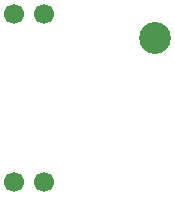
<source format=gbr>
%TF.GenerationSoftware,KiCad,Pcbnew,7.0.8*%
%TF.CreationDate,2024-11-10T19:07:09+09:00*%
%TF.ProjectId,Ni-MH_3.3V-Module,4e692d4d-485f-4332-9e33-562d4d6f6475,rev?*%
%TF.SameCoordinates,Original*%
%TF.FileFunction,Soldermask,Bot*%
%TF.FilePolarity,Negative*%
%FSLAX46Y46*%
G04 Gerber Fmt 4.6, Leading zero omitted, Abs format (unit mm)*
G04 Created by KiCad (PCBNEW 7.0.8) date 2024-11-10 19:07:09*
%MOMM*%
%LPD*%
G01*
G04 APERTURE LIST*
%ADD10C,2.700000*%
%ADD11C,1.700000*%
G04 APERTURE END LIST*
D10*
%TO.C,M2.5*%
X13716000Y-4064000D03*
%TD*%
D11*
%TO.C,J1*%
X4353000Y-16283000D03*
X1813000Y-16283000D03*
%TD*%
%TO.C,J2*%
X1813000Y-2059000D03*
X4353000Y-2059000D03*
%TD*%
M02*

</source>
